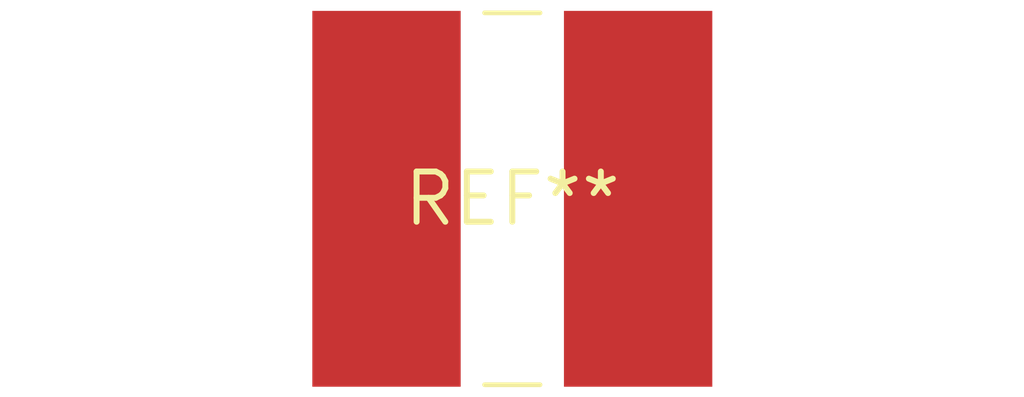
<source format=kicad_pcb>
(kicad_pcb (version 20240108) (generator pcbnew)
  (layers (0 "F.Cu" signal) (31 "B.Cu" signal) (34 "B.Paste" user) (35 "F.Paste" user) (36 "B.SilkS" user "B.Silkscreen") (37 "F.SilkS" user "F.Silkscreen") (38 "B.Mask" user) (39 "F.Mask" user) (44 "Edge.Cuts" user))
  (net 0 "")
  (footprint "L_Wuerth_WE-PD2-Typ-XL" (layer "F.Cu") (at 0 0)
    (property "Reference" "REF**")
    (property "Value" "L_Wuerth_WE-PD2-Typ-XL")
    (fp_line (start -0.7 -4.7) (end 0.7 -4.7) (layer "F.SilkS") (stroke (width 0.12)))
    (fp_line (start -0.7 4.7) (end 0.7 4.7) (layer "F.SilkS") (stroke (width 0.12)))
    (pad "1" smd rect (at -3.18 0) (size 3.75 9.5) (layers "F.Cu" "F.Paste" "F.Mask"))
    (pad "2" smd rect (at 3.18 0) (size 3.75 9.5) (layers "F.Cu" "F.Paste" "F.Mask"))
  )
)
</source>
